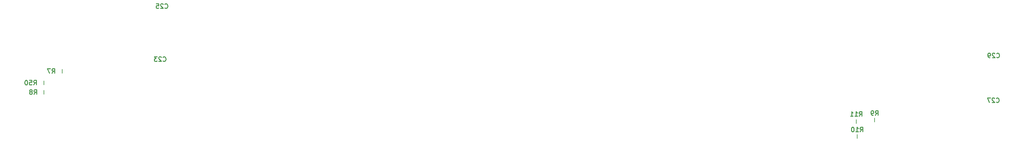
<source format=gbr>
%TF.GenerationSoftware,KiCad,Pcbnew,(6.0.10)*%
%TF.CreationDate,2023-03-07T15:46:30-03:00*%
%TF.ProjectId,PCB_Hbridge,5043425f-4862-4726-9964-67652e6b6963,rev?*%
%TF.SameCoordinates,Original*%
%TF.FileFunction,Legend,Bot*%
%TF.FilePolarity,Positive*%
%FSLAX46Y46*%
G04 Gerber Fmt 4.6, Leading zero omitted, Abs format (unit mm)*
G04 Created by KiCad (PCBNEW (6.0.10)) date 2023-03-07 15:46:30*
%MOMM*%
%LPD*%
G01*
G04 APERTURE LIST*
%ADD10C,0.254000*%
%ADD11C,0.200000*%
G04 APERTURE END LIST*
D10*
%TO.C,C27*%
X318782428Y-134311571D02*
X318842904Y-134372047D01*
X319024333Y-134432523D01*
X319145285Y-134432523D01*
X319326714Y-134372047D01*
X319447666Y-134251095D01*
X319508142Y-134130142D01*
X319568619Y-133888238D01*
X319568619Y-133706809D01*
X319508142Y-133464904D01*
X319447666Y-133343952D01*
X319326714Y-133223000D01*
X319145285Y-133162523D01*
X319024333Y-133162523D01*
X318842904Y-133223000D01*
X318782428Y-133283476D01*
X318298619Y-133283476D02*
X318238142Y-133223000D01*
X318117190Y-133162523D01*
X317814809Y-133162523D01*
X317693857Y-133223000D01*
X317633380Y-133283476D01*
X317572904Y-133404428D01*
X317572904Y-133525380D01*
X317633380Y-133706809D01*
X318359095Y-134432523D01*
X317572904Y-134432523D01*
X317149571Y-133162523D02*
X316302904Y-133162523D01*
X316847190Y-134432523D01*
%TO.C,C25*%
X87938428Y-108149571D02*
X87998904Y-108210047D01*
X88180333Y-108270523D01*
X88301285Y-108270523D01*
X88482714Y-108210047D01*
X88603666Y-108089095D01*
X88664142Y-107968142D01*
X88724619Y-107726238D01*
X88724619Y-107544809D01*
X88664142Y-107302904D01*
X88603666Y-107181952D01*
X88482714Y-107061000D01*
X88301285Y-107000523D01*
X88180333Y-107000523D01*
X87998904Y-107061000D01*
X87938428Y-107121476D01*
X87454619Y-107121476D02*
X87394142Y-107061000D01*
X87273190Y-107000523D01*
X86970809Y-107000523D01*
X86849857Y-107061000D01*
X86789380Y-107121476D01*
X86728904Y-107242428D01*
X86728904Y-107363380D01*
X86789380Y-107544809D01*
X87515095Y-108270523D01*
X86728904Y-108270523D01*
X85579857Y-107000523D02*
X86184619Y-107000523D01*
X86245095Y-107605285D01*
X86184619Y-107544809D01*
X86063666Y-107484333D01*
X85761285Y-107484333D01*
X85640333Y-107544809D01*
X85579857Y-107605285D01*
X85519380Y-107726238D01*
X85519380Y-108028619D01*
X85579857Y-108149571D01*
X85640333Y-108210047D01*
X85761285Y-108270523D01*
X86063666Y-108270523D01*
X86184619Y-108210047D01*
X86245095Y-108149571D01*
%TO.C,R9*%
X285199666Y-137988523D02*
X285623000Y-137383761D01*
X285925380Y-137988523D02*
X285925380Y-136718523D01*
X285441571Y-136718523D01*
X285320619Y-136779000D01*
X285260142Y-136839476D01*
X285199666Y-136960428D01*
X285199666Y-137141857D01*
X285260142Y-137262809D01*
X285320619Y-137323285D01*
X285441571Y-137383761D01*
X285925380Y-137383761D01*
X284594904Y-137988523D02*
X284353000Y-137988523D01*
X284232047Y-137928047D01*
X284171571Y-137867571D01*
X284050619Y-137686142D01*
X283990142Y-137444238D01*
X283990142Y-136960428D01*
X284050619Y-136839476D01*
X284111095Y-136779000D01*
X284232047Y-136718523D01*
X284473952Y-136718523D01*
X284594904Y-136779000D01*
X284655380Y-136839476D01*
X284715857Y-136960428D01*
X284715857Y-137262809D01*
X284655380Y-137383761D01*
X284594904Y-137444238D01*
X284473952Y-137504714D01*
X284232047Y-137504714D01*
X284111095Y-137444238D01*
X284050619Y-137383761D01*
X283990142Y-137262809D01*
%TO.C,R7*%
X56599666Y-126304523D02*
X57023000Y-125699761D01*
X57325380Y-126304523D02*
X57325380Y-125034523D01*
X56841571Y-125034523D01*
X56720619Y-125095000D01*
X56660142Y-125155476D01*
X56599666Y-125276428D01*
X56599666Y-125457857D01*
X56660142Y-125578809D01*
X56720619Y-125639285D01*
X56841571Y-125699761D01*
X57325380Y-125699761D01*
X56176333Y-125034523D02*
X55329666Y-125034523D01*
X55873952Y-126304523D01*
%TO.C,R50*%
X51505428Y-129544523D02*
X51928761Y-128939761D01*
X52231142Y-129544523D02*
X52231142Y-128274523D01*
X51747333Y-128274523D01*
X51626380Y-128335000D01*
X51565904Y-128395476D01*
X51505428Y-128516428D01*
X51505428Y-128697857D01*
X51565904Y-128818809D01*
X51626380Y-128879285D01*
X51747333Y-128939761D01*
X52231142Y-128939761D01*
X50356380Y-128274523D02*
X50961142Y-128274523D01*
X51021619Y-128879285D01*
X50961142Y-128818809D01*
X50840190Y-128758333D01*
X50537809Y-128758333D01*
X50416857Y-128818809D01*
X50356380Y-128879285D01*
X50295904Y-129000238D01*
X50295904Y-129302619D01*
X50356380Y-129423571D01*
X50416857Y-129484047D01*
X50537809Y-129544523D01*
X50840190Y-129544523D01*
X50961142Y-129484047D01*
X51021619Y-129423571D01*
X49509714Y-128274523D02*
X49388761Y-128274523D01*
X49267809Y-128335000D01*
X49207333Y-128395476D01*
X49146857Y-128516428D01*
X49086380Y-128758333D01*
X49086380Y-129060714D01*
X49146857Y-129302619D01*
X49207333Y-129423571D01*
X49267809Y-129484047D01*
X49388761Y-129544523D01*
X49509714Y-129544523D01*
X49630666Y-129484047D01*
X49691142Y-129423571D01*
X49751619Y-129302619D01*
X49812095Y-129060714D01*
X49812095Y-128758333D01*
X49751619Y-128516428D01*
X49691142Y-128395476D01*
X49630666Y-128335000D01*
X49509714Y-128274523D01*
%TO.C,R11*%
X280724428Y-138242523D02*
X281147761Y-137637761D01*
X281450142Y-138242523D02*
X281450142Y-136972523D01*
X280966333Y-136972523D01*
X280845380Y-137033000D01*
X280784904Y-137093476D01*
X280724428Y-137214428D01*
X280724428Y-137395857D01*
X280784904Y-137516809D01*
X280845380Y-137577285D01*
X280966333Y-137637761D01*
X281450142Y-137637761D01*
X279514904Y-138242523D02*
X280240619Y-138242523D01*
X279877761Y-138242523D02*
X279877761Y-136972523D01*
X279998714Y-137153952D01*
X280119666Y-137274904D01*
X280240619Y-137335380D01*
X278305380Y-138242523D02*
X279031095Y-138242523D01*
X278668238Y-138242523D02*
X278668238Y-136972523D01*
X278789190Y-137153952D01*
X278910142Y-137274904D01*
X279031095Y-137335380D01*
%TO.C,C29*%
X318866428Y-121865571D02*
X318926904Y-121926047D01*
X319108333Y-121986523D01*
X319229285Y-121986523D01*
X319410714Y-121926047D01*
X319531666Y-121805095D01*
X319592142Y-121684142D01*
X319652619Y-121442238D01*
X319652619Y-121260809D01*
X319592142Y-121018904D01*
X319531666Y-120897952D01*
X319410714Y-120777000D01*
X319229285Y-120716523D01*
X319108333Y-120716523D01*
X318926904Y-120777000D01*
X318866428Y-120837476D01*
X318382619Y-120837476D02*
X318322142Y-120777000D01*
X318201190Y-120716523D01*
X317898809Y-120716523D01*
X317777857Y-120777000D01*
X317717380Y-120837476D01*
X317656904Y-120958428D01*
X317656904Y-121079380D01*
X317717380Y-121260809D01*
X318443095Y-121986523D01*
X317656904Y-121986523D01*
X317052142Y-121986523D02*
X316810238Y-121986523D01*
X316689285Y-121926047D01*
X316628809Y-121865571D01*
X316507857Y-121684142D01*
X316447380Y-121442238D01*
X316447380Y-120958428D01*
X316507857Y-120837476D01*
X316568333Y-120777000D01*
X316689285Y-120716523D01*
X316931190Y-120716523D01*
X317052142Y-120777000D01*
X317112619Y-120837476D01*
X317173095Y-120958428D01*
X317173095Y-121260809D01*
X317112619Y-121381761D01*
X317052142Y-121442238D01*
X316931190Y-121502714D01*
X316689285Y-121502714D01*
X316568333Y-121442238D01*
X316507857Y-121381761D01*
X316447380Y-121260809D01*
%TO.C,R10*%
X280978428Y-142560523D02*
X281401761Y-141955761D01*
X281704142Y-142560523D02*
X281704142Y-141290523D01*
X281220333Y-141290523D01*
X281099380Y-141351000D01*
X281038904Y-141411476D01*
X280978428Y-141532428D01*
X280978428Y-141713857D01*
X281038904Y-141834809D01*
X281099380Y-141895285D01*
X281220333Y-141955761D01*
X281704142Y-141955761D01*
X279768904Y-142560523D02*
X280494619Y-142560523D01*
X280131761Y-142560523D02*
X280131761Y-141290523D01*
X280252714Y-141471952D01*
X280373666Y-141592904D01*
X280494619Y-141653380D01*
X278982714Y-141290523D02*
X278861761Y-141290523D01*
X278740809Y-141351000D01*
X278680333Y-141411476D01*
X278619857Y-141532428D01*
X278559380Y-141774333D01*
X278559380Y-142076714D01*
X278619857Y-142318619D01*
X278680333Y-142439571D01*
X278740809Y-142500047D01*
X278861761Y-142560523D01*
X278982714Y-142560523D01*
X279103666Y-142500047D01*
X279164142Y-142439571D01*
X279224619Y-142318619D01*
X279285095Y-142076714D01*
X279285095Y-141774333D01*
X279224619Y-141532428D01*
X279164142Y-141411476D01*
X279103666Y-141351000D01*
X278982714Y-141290523D01*
%TO.C,C23*%
X87430428Y-122881571D02*
X87490904Y-122942047D01*
X87672333Y-123002523D01*
X87793285Y-123002523D01*
X87974714Y-122942047D01*
X88095666Y-122821095D01*
X88156142Y-122700142D01*
X88216619Y-122458238D01*
X88216619Y-122276809D01*
X88156142Y-122034904D01*
X88095666Y-121913952D01*
X87974714Y-121793000D01*
X87793285Y-121732523D01*
X87672333Y-121732523D01*
X87490904Y-121793000D01*
X87430428Y-121853476D01*
X86946619Y-121853476D02*
X86886142Y-121793000D01*
X86765190Y-121732523D01*
X86462809Y-121732523D01*
X86341857Y-121793000D01*
X86281380Y-121853476D01*
X86220904Y-121974428D01*
X86220904Y-122095380D01*
X86281380Y-122276809D01*
X87007095Y-123002523D01*
X86220904Y-123002523D01*
X85797571Y-121732523D02*
X85011380Y-121732523D01*
X85434714Y-122216333D01*
X85253285Y-122216333D01*
X85132333Y-122276809D01*
X85071857Y-122337285D01*
X85011380Y-122458238D01*
X85011380Y-122760619D01*
X85071857Y-122881571D01*
X85132333Y-122942047D01*
X85253285Y-123002523D01*
X85616142Y-123002523D01*
X85737095Y-122942047D01*
X85797571Y-122881571D01*
%TO.C,R8*%
X51585666Y-132146523D02*
X52009000Y-131541761D01*
X52311380Y-132146523D02*
X52311380Y-130876523D01*
X51827571Y-130876523D01*
X51706619Y-130937000D01*
X51646142Y-130997476D01*
X51585666Y-131118428D01*
X51585666Y-131299857D01*
X51646142Y-131420809D01*
X51706619Y-131481285D01*
X51827571Y-131541761D01*
X52311380Y-131541761D01*
X50859952Y-131420809D02*
X50980904Y-131360333D01*
X51041380Y-131299857D01*
X51101857Y-131178904D01*
X51101857Y-131118428D01*
X51041380Y-130997476D01*
X50980904Y-130937000D01*
X50859952Y-130876523D01*
X50618047Y-130876523D01*
X50497095Y-130937000D01*
X50436619Y-130997476D01*
X50376142Y-131118428D01*
X50376142Y-131178904D01*
X50436619Y-131299857D01*
X50497095Y-131360333D01*
X50618047Y-131420809D01*
X50859952Y-131420809D01*
X50980904Y-131481285D01*
X51041380Y-131541761D01*
X51101857Y-131662714D01*
X51101857Y-131904619D01*
X51041380Y-132025571D01*
X50980904Y-132086047D01*
X50859952Y-132146523D01*
X50618047Y-132146523D01*
X50497095Y-132086047D01*
X50436619Y-132025571D01*
X50376142Y-131904619D01*
X50376142Y-131662714D01*
X50436619Y-131541761D01*
X50497095Y-131481285D01*
X50618047Y-131420809D01*
D11*
%TO.C,R9*%
X284988000Y-138768600D02*
X284988000Y-139818600D01*
%TO.C,R7*%
X59436000Y-125205000D02*
X59436000Y-126255000D01*
%TO.C,R50*%
X54422000Y-128445000D02*
X54422000Y-129495000D01*
%TO.C,R11*%
X279974000Y-139175000D02*
X279974000Y-140225000D01*
%TO.C,R10*%
X280162000Y-143340600D02*
X280162000Y-144390600D01*
%TO.C,R8*%
X54422000Y-131047000D02*
X54422000Y-132097000D01*
%TD*%
M02*

</source>
